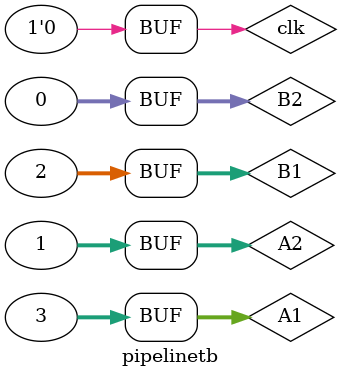
<source format=v>
`timescale 1ns / 1ps


module pipelinetb;

	// Inputs
	reg [31:0] A1;
	reg [31:0] A2;
	reg [31:0] B1;
	reg [31:0] B2;
	reg clk;

	// Outputs
	wire [31:0] C;

	// Instantiate the Unit Under Test (UUT)
	pipeline uut (
		.A1(A1), 
		.A2(A2), 
		.B1(B1), 
		.B2(B2), 
		.clk(clk), 
		.C(C)
	);

	initial begin
		// Initialize Inputs
		A1 = 0;
		A2 = 0;
		B1 = 0;
		B2 = 0;
		clk = 0;

		// Wait 100 ns for global reset to finish
		#100;
        
		// Add stimulus here
		A1 = 0;
		B1 = 1;
		A2 = 2;
		B2 = 3;
		#10;
		A1 = 3;
		B1 = 2;
		A2 = 1;
		B2 = 0;
		#10;

	end
      
endmodule


</source>
